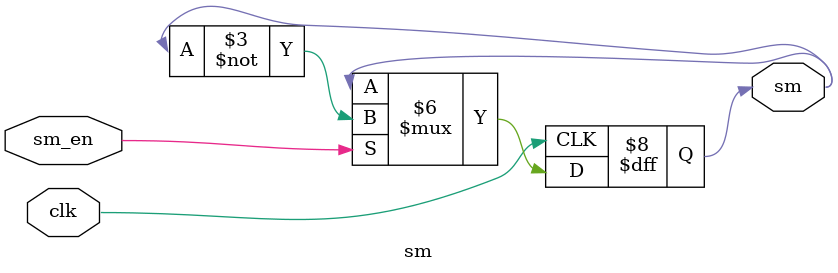
<source format=v>
module sm(
    input clk,sm_en,
    output reg sm);

initial sm=1'b0;

always @(negedge clk) 
begin
    if(sm_en==1'b1) sm<=~sm; 
    else sm<=sm; 
end
endmodule
</source>
